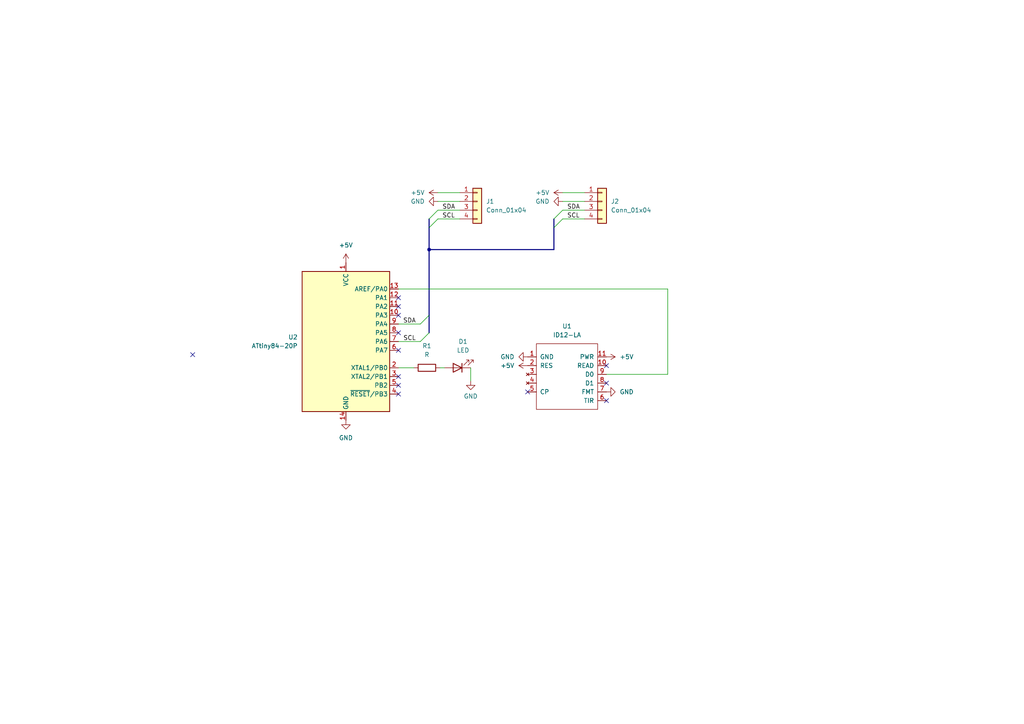
<source format=kicad_sch>
(kicad_sch (version 20230121) (generator eeschema)
  (paper "A4")
  (lib_symbols
    (symbol "Connector_Generic:Conn_01x04" (pin_names (offset 1.016) hide)
      (property "Reference" "J" (at 0 5.08 0))
      (property "Value" "Conn_01x04" (at 0 -7.62 0))
      (symbol "Conn_01x04_1_1"
        (rectangle (start -1.27 -4.953) (end 0 -5.207) (stroke (width 0.1524)))
        (rectangle (start -1.27 -2.413) (end 0 -2.667) (stroke (width 0.1524)))
        (rectangle (start -1.27 0.127) (end 0 -0.127) (stroke (width 0.1524)))
        (rectangle (start -1.27 2.667) (end 0 2.413) (stroke (width 0.1524)))
        (rectangle (start -1.27 3.81) (end 1.27 -6.35) (stroke (width 0.254)) (fill (type background)))
        (pin passive line (at -5.08 2.54 0) (length 3.81) (name "Pin_1") (number "1"))
        (pin passive line (at -5.08 0 0) (length 3.81) (name "Pin_2") (number "2"))
        (pin passive line (at -5.08 -2.54 0) (length 3.81) (name "Pin_3") (number "3"))
        (pin passive line (at -5.08 -5.08 0) (length 3.81) (name "Pin_4") (number "4"))
      )
    )
    (symbol "Device:LED" (pin_numbers hide) (pin_names (offset 1.016) hide)
      (property "Reference" "D" (at 0 2.54 0))
      (property "Value" "LED" (at 0 -2.54 0))
      (symbol "LED_0_1"
        (polyline (pts (xy -1.27 -1.27) (xy -1.27 1.27)) (stroke (width 0.254)))
        (polyline (pts (xy -1.27 0) (xy 1.27 0)))
        (polyline (pts (xy 1.27 -1.27) (xy 1.27 1.27) (xy -1.27 0) (xy 1.27 -1.27)) (stroke (width 0.254)))
        (polyline (pts (xy -3.048 -0.762) (xy -4.572 -2.286) (xy -3.81 -2.286) (xy -4.572 -2.286) (xy -4.572 -1.524)))
        (polyline (pts (xy -1.778 -0.762) (xy -3.302 -2.286) (xy -2.54 -2.286) (xy -3.302 -2.286) (xy -3.302 -1.524)))
      )
      (symbol "LED_1_1"
        (pin passive line (at -3.81 0 0) (length 2.54) (name "K") (number "1"))
        (pin passive line (at 3.81 0 180) (length 2.54) (name "A") (number "2"))
      )
    )
    (symbol "Device:R" (pin_numbers hide) (pin_names (offset 0))
      (property "Reference" "R" (at 2.032 0 90))
      (property "Value" "R" (at 0 0 90))
      (symbol "R_0_1"
        (rectangle (start -1.016 -2.54) (end 1.016 2.54) (stroke (width 0.254)))
      )
      (symbol "R_1_1"
        (pin passive line (at 0 3.81 270) (length 1.27) (name "~") (number "1"))
        (pin passive line (at 0 -3.81 90) (length 1.27) (name "~") (number "2"))
      )
    )
    (symbol "MCU_Microchip_ATtiny:ATtiny84-20P"
      (property "Reference" "U" (at -12.7 21.59 0))
      (property "Value" "ATtiny84-20P" (at 2.54 -21.59 0))
      (symbol "ATtiny84-20P_0_1"
        (rectangle (start -12.7 -20.32) (end 12.7 20.32) (stroke (width 0.254)) (fill (type background)))
      )
      (symbol "ATtiny84-20P_1_1"
        (pin power_in line (at 0 22.86 270) (length 2.54) (name "VCC") (number "1"))
        (pin bidirectional line (at 15.24 7.62 180) (length 2.54) (name "PA3") (number "10"))
        (pin bidirectional line (at 15.24 10.16 180) (length 2.54) (name "PA2") (number "11"))
        (pin bidirectional line (at 15.24 12.7 180) (length 2.54) (name "PA1") (number "12"))
        (pin bidirectional line (at 15.24 15.24 180) (length 2.54) (name "AREF/PA0") (number "13"))
        (pin power_in line (at 0 -22.86 90) (length 2.54) (name "GND") (number "14"))
        (pin bidirectional line (at 15.24 -7.62 180) (length 2.54) (name "XTAL1/PB0") (number "2"))
        (pin bidirectional line (at 15.24 -10.16 180) (length 2.54) (name "XTAL2/PB1") (number "3"))
        (pin bidirectional line (at 15.24 -15.24 180) (length 2.54) (name "~{RESET}/PB3") (number "4"))
        (pin bidirectional line (at 15.24 -12.7 180) (length 2.54) (name "PB2") (number "5"))
        (pin bidirectional line (at 15.24 -2.54 180) (length 2.54) (name "PA7") (number "6"))
        (pin bidirectional line (at 15.24 0 180) (length 2.54) (name "PA6") (number "7"))
        (pin bidirectional line (at 15.24 2.54 180) (length 2.54) (name "PA5") (number "8"))
        (pin bidirectional line (at 15.24 5.08 180) (length 2.54) (name "PA4") (number "9"))
      )
    )
    (symbol "SMM:ID12-LA" (pin_names (offset 1.016))
      (property "Reference" "U" (at 0 0 0))
      (property "Value" "ID12-LA" (at 0 11.43 90))
      (symbol "ID12-LA_0_1"
        (rectangle (start -8.89 1.27) (end 8.89 20.32))
      )
      (symbol "ID12-LA_1_1"
        (pin power_in line (at -11.43 16.51 0) (length 2.54) (name "GND") (number "1"))
        (pin output line (at 11.43 13.97 180) (length 2.54) (name "READ") (number "10"))
        (pin power_in line (at 11.43 16.51 180) (length 2.54) (name "PWR") (number "11"))
        (pin input line (at -11.43 13.97 0) (length 2.54) (name "RES") (number "2"))
        (pin no_connect line (at -11.43 11.43 0) (length 2.54) (name "~") (number "3"))
        (pin no_connect line (at -11.43 8.89 0) (length 2.54) (name "~") (number "4"))
        (pin input line (at -11.43 6.35 0) (length 2.54) (name "CP") (number "5"))
        (pin output line (at 11.43 3.81 180) (length 2.54) (name "TIR") (number "6"))
        (pin input line (at 11.43 6.35 180) (length 2.54) (name "FMT") (number "7"))
        (pin output line (at 11.43 8.89 180) (length 2.54) (name "D1") (number "8"))
        (pin output line (at 11.43 11.43 180) (length 2.54) (name "D0") (number "9"))
      )
    )
    (symbol "power:+5V" (power) (pin_names (offset 0))
      (property "Value" "+5V" (at 0 3.556 0))
      (symbol "+5V_0_1"
        (polyline (pts (xy -0.762 1.27) (xy 0 2.54)))
        (polyline (pts (xy 0 0) (xy 0 2.54)))
        (polyline (pts (xy 0 2.54) (xy 0.762 1.27)))
      )
      (symbol "+5V_1_1"
        (pin power_in line (at 0 0 90) (length 0) hide (name "+5V") (number "1"))
      )
    )
    (symbol "power:GND" (power) (pin_names (offset 0))
      (property "Value" "GND" (at 0 -3.81 0))
      (symbol "GND_0_1"
        (polyline (pts (xy 0 0) (xy 0 -1.27) (xy 1.27 -1.27) (xy 0 -2.54) (xy -1.27 -1.27) (xy 0 -1.27)))
      )
      (symbol "GND_1_1"
        (pin power_in line (at 0 0 270) (length 0) hide (name "GND") (number "1"))
      )
    )
  )
  (junction (at 124.46 72.39))
  (no_connect (at 115.57 101.6))
  (no_connect (at 115.57 111.76))
  (no_connect (at 175.895 116.205))
  (no_connect (at 115.57 109.22))
  (no_connect (at 115.57 91.44))
  (no_connect (at 115.57 96.52))
  (no_connect (at 175.895 111.125))
  (no_connect (at 115.57 88.9))
  (no_connect (at 153.035 113.665))
  (no_connect (at 115.57 114.3))
  (no_connect (at 115.57 86.36))
  (no_connect (at 175.895 106.045))
  (no_connect (at 55.88 102.87))
  (bus_entry (at 127 60.96) (size -2.54 2.54))
  (bus_entry (at 127 63.5) (size -2.54 2.54))
  (bus_entry (at 163.195 63.5) (size -2.54 2.54))
  (bus_entry (at 163.195 60.96) (size -2.54 2.54))
  (bus_entry (at 121.92 93.98) (size 2.54 -2.54))
  (bus_entry (at 121.92 99.06) (size 2.54 -2.54))
  (wire (pts (xy 127 58.42) (xy 133.35 58.42)))
  (wire (pts (xy 163.195 55.88) (xy 169.545 55.88)))
  (wire (pts (xy 163.195 63.5) (xy 169.545 63.5)))
  (wire (pts (xy 193.675 83.82) (xy 193.675 108.585)))
  (bus (pts (xy 124.46 72.39) (xy 124.46 91.44)))
  (wire (pts (xy 121.92 93.98) (xy 115.57 93.98)))
  (bus (pts (xy 124.46 63.5) (xy 124.46 66.04)))
  (wire (pts (xy 127 60.96) (xy 133.35 60.96)))
  (wire (pts (xy 115.57 83.82) (xy 193.675 83.82)))
  (bus (pts (xy 124.46 66.04) (xy 124.46 72.39)))
  (bus (pts (xy 124.46 72.39) (xy 160.655 72.39)))
  (wire (pts (xy 127 63.5) (xy 133.35 63.5)))
  (wire (pts (xy 128.905 106.68) (xy 127.635 106.68)))
  (wire (pts (xy 193.675 108.585) (xy 175.895 108.585)))
  (wire (pts (xy 127 55.88) (xy 133.35 55.88)))
  (wire (pts (xy 163.195 58.42) (xy 169.545 58.42)))
  (bus (pts (xy 160.655 72.39) (xy 160.655 66.04)))
  (bus (pts (xy 124.46 91.44) (xy 124.46 96.52)))
  (wire (pts (xy 120.015 106.68) (xy 115.57 106.68)))
  (wire (pts (xy 136.525 110.49) (xy 136.525 106.68)))
  (wire (pts (xy 121.92 99.06) (xy 115.57 99.06)))
  (wire (pts (xy 163.195 60.96) (xy 169.545 60.96)))
  (bus (pts (xy 160.655 63.5) (xy 160.655 66.04)))
  (label "SDA" (at 120.65 93.98 180))
  (label "SCL" (at 164.465 63.5 0))
  (label "SCL" (at 128.27 63.5 0))
  (label "SCL" (at 120.65 99.06 180))
  (label "SDA" (at 164.465 60.96 0))
  (label "SDA" (at 128.27 60.96 0))
  (symbol (lib_id "power:+5V") (at 175.895 103.505 270) (unit 1)
    (property "Reference" "#PWR05" (effects hide))
    (property "Value" "+5V" (at 179.705 103.505 90) (effects (justify left)))
  )
  (symbol (lib_id "power:+5V") (at 153.035 106.045 90) (unit 1)
    (property "Reference" "#PWR06" (effects hide))
    (property "Value" "+5V" (at 149.225 106.045 90) (effects (justify left)))
  )
  (symbol (lib_id "power:+5V") (at 127 55.88 90) (unit 1)
    (property "Reference" "#PWR03" (effects hide))
    (property "Value" "+5V" (at 123.19 55.88 90) (effects (justify left)))
  )
  (symbol (lib_id "Device:R") (at 123.825 106.68 90) (unit 1)
    (property "Reference" "R1" (at 123.825 100.33 90))
    (property "Value" "R" (at 123.825 102.87 90))
  )
  (symbol (lib_id "Connector_Generic:Conn_01x04") (at 138.43 58.42 0) (unit 1)
    (property "Reference" "J1" (at 140.97 58.42 0) (effects (justify left)))
    (property "Value" "Conn_01x04" (at 140.97 60.96 0) (effects (justify left)))
  )
  (symbol (lib_id "power:GND") (at 100.33 121.92 0) (unit 1)
    (property "Reference" "#PWR01" (effects hide))
    (property "Value" "GND" (at 100.33 127 0))
  )
  (symbol (lib_id "power:GND") (at 163.195 58.42 270) (unit 1)
    (property "Reference" "#PWR011" (effects hide))
    (property "Value" "GND" (at 159.385 58.42 90) (effects (justify right)))
  )
  (symbol (lib_id "power:+5V") (at 163.195 55.88 90) (unit 1)
    (property "Reference" "#PWR010" (effects hide))
    (property "Value" "+5V" (at 159.385 55.88 90) (effects (justify left)))
  )
  (symbol (lib_id "MCU_Microchip_ATtiny:ATtiny84-20P") (at 100.33 99.06 0) (unit 1)
    (property "Reference" "U2" (at 86.36 97.79 0) (effects (justify right)))
    (property "Value" "ATtiny84-20P" (at 86.36 100.33 0) (effects (justify right)))
    (property "Footprint" "Package_DIP:DIP-14_W7.62mm" (effects hide))
    (property "Datasheet" "http://ww1.microchip.com/downloads/en/DeviceDoc/doc8006.pdf" (effects hide))
  )
  (symbol (lib_id "Device:LED") (at 132.715 106.68 180) (unit 1)
    (property "Reference" "D1" (at 134.3025 99.06 0))
    (property "Value" "LED" (at 134.3025 101.6 0))
  )
  (symbol (lib_id "power:GND") (at 136.525 110.49 0) (unit 1)
    (property "Reference" "#PWR09" (effects hide))
    (property "Value" "GND" (at 136.525 114.935 0))
  )
  (symbol (lib_id "SMM:ID12-LA") (at 164.465 120.015 0) (unit 1)
    (property "Reference" "U1" (at 164.465 94.615 0))
    (property "Value" "ID12-LA" (at 164.465 97.155 0))
  )
  (symbol (lib_id "power:GND") (at 153.035 103.505 270) (unit 1)
    (property "Reference" "#PWR07" (effects hide))
    (property "Value" "GND" (at 149.225 103.505 90) (effects (justify right)))
  )
  (symbol (lib_id "power:+5V") (at 100.33 76.2 0) (unit 1)
    (property "Reference" "#PWR02" (effects hide))
    (property "Value" "+5V" (at 100.33 71.12 0))
  )
  (symbol (lib_id "power:GND") (at 127 58.42 270) (unit 1)
    (property "Reference" "#PWR04" (effects hide))
    (property "Value" "GND" (at 123.19 58.42 90) (effects (justify right)))
  )
  (symbol (lib_id "Connector_Generic:Conn_01x04") (at 174.625 58.42 0) (unit 1)
    (property "Reference" "J2" (at 177.165 58.42 0) (effects (justify left)))
    (property "Value" "Conn_01x04" (at 177.165 60.96 0) (effects (justify left)))
  )
  (symbol (lib_id "power:GND") (at 175.895 113.665 90) (unit 1)
    (property "Reference" "#PWR08" (effects hide))
    (property "Value" "GND" (at 179.705 113.665 90) (effects (justify right)))
  )
)
</source>
